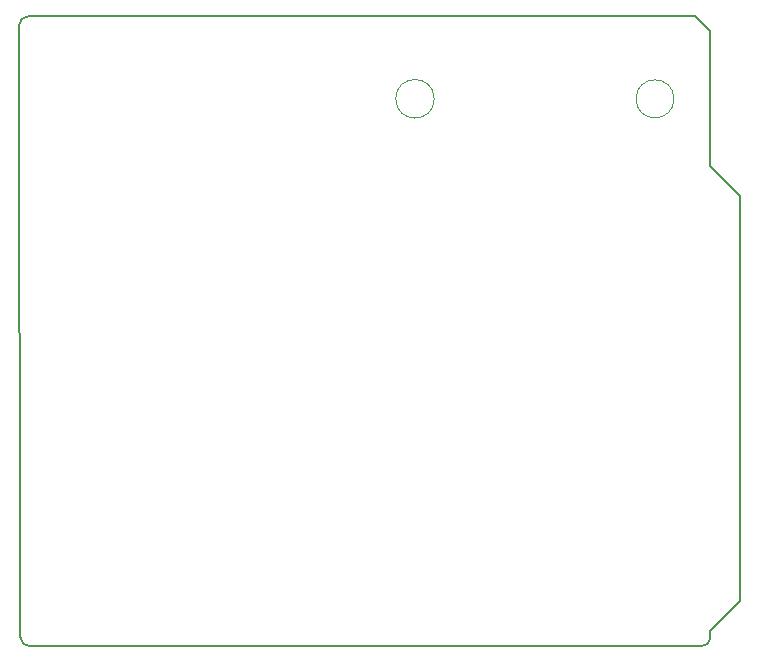
<source format=gm1>
G04 #@! TF.GenerationSoftware,KiCad,Pcbnew,6.0.7-f9a2dced07~116~ubuntu20.04.1*
G04 #@! TF.CreationDate,2022-08-24T23:56:41+08:00*
G04 #@! TF.ProjectId,arduino_can_bus_shield_v2.1,61726475-696e-46f5-9f63-616e5f627573,rev?*
G04 #@! TF.SameCoordinates,Original*
G04 #@! TF.FileFunction,Profile,NP*
%FSLAX46Y46*%
G04 Gerber Fmt 4.6, Leading zero omitted, Abs format (unit mm)*
G04 Created by KiCad (PCBNEW 6.0.7-f9a2dced07~116~ubuntu20.04.1) date 2022-08-24 23:56:41*
%MOMM*%
%LPD*%
G01*
G04 APERTURE LIST*
G04 #@! TA.AperFunction,Profile*
%ADD10C,0.150000*%
G04 #@! TD*
G04 #@! TA.AperFunction,Profile*
%ADD11C,0.120000*%
G04 #@! TD*
G04 APERTURE END LIST*
D10*
X166040000Y-59360000D02*
X168580000Y-61900000D01*
X107620000Y-99238000D02*
X107493000Y-47422000D01*
X168580000Y-61900000D02*
X168580000Y-96190000D01*
X165278000Y-100000000D02*
X108382000Y-100000000D01*
X108255000Y-46660000D02*
X164770000Y-46660000D01*
X107620000Y-99238000D02*
G75*
G03*
X108382000Y-100000000I762000J0D01*
G01*
X168580000Y-96190000D02*
X166040000Y-98730000D01*
X164770000Y-46660000D02*
X166040000Y-47930000D01*
X165278000Y-100000000D02*
G75*
G03*
X166040000Y-99238000I0J762000D01*
G01*
X166040000Y-47930000D02*
X166040000Y-59360000D01*
X166040000Y-98730000D02*
X166040000Y-99238000D01*
X108255000Y-46660000D02*
G75*
G03*
X107493000Y-47422000I0J-762000D01*
G01*
D11*
X142652562Y-53645000D02*
G75*
G03*
X142652562Y-53645000I-1631562J0D01*
G01*
X162947437Y-53645000D02*
G75*
G03*
X162947437Y-53645000I-1606437J0D01*
G01*
M02*

</source>
